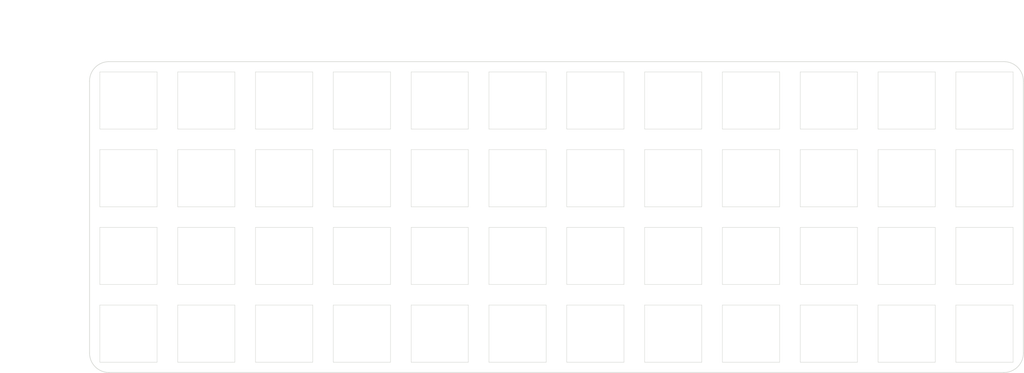
<source format=kicad_pcb>
(kicad_pcb (version 20171130) (host pcbnew 5.0.0-fee4fd1~66~ubuntu18.04.1)

  (general
    (thickness 1.6)
    (drawings 10)
    (tracks 0)
    (zones 0)
    (modules 60)
    (nets 1)
  )

  (page A4)
  (layers
    (0 F.Cu signal)
    (31 B.Cu signal)
    (32 B.Adhes user)
    (33 F.Adhes user)
    (34 B.Paste user)
    (35 F.Paste user)
    (36 B.SilkS user)
    (37 F.SilkS user)
    (38 B.Mask user)
    (39 F.Mask user)
    (40 Dwgs.User user)
    (41 Cmts.User user)
    (42 Eco1.User user)
    (43 Eco2.User user)
    (44 Edge.Cuts user)
    (45 Margin user)
    (46 B.CrtYd user)
    (47 F.CrtYd user)
    (48 B.Fab user)
    (49 F.Fab user)
  )

  (setup
    (last_trace_width 0.25)
    (trace_clearance 0.2)
    (zone_clearance 0.508)
    (zone_45_only no)
    (trace_min 0.2)
    (segment_width 0.2)
    (edge_width 0.15)
    (via_size 0.8)
    (via_drill 0.4)
    (via_min_size 0.4)
    (via_min_drill 0.3)
    (uvia_size 0.3)
    (uvia_drill 0.1)
    (uvias_allowed no)
    (uvia_min_size 0.2)
    (uvia_min_drill 0.1)
    (pcb_text_width 0.3)
    (pcb_text_size 1.5 1.5)
    (mod_edge_width 0.15)
    (mod_text_size 1 1)
    (mod_text_width 0.15)
    (pad_size 1.524 1.524)
    (pad_drill 0.762)
    (pad_to_mask_clearance 0.2)
    (aux_axis_origin 0 0)
    (grid_origin 47.625 23.8125)
    (visible_elements FFFFFF7F)
    (pcbplotparams
      (layerselection 0x010fc_ffffffff)
      (usegerberextensions false)
      (usegerberattributes false)
      (usegerberadvancedattributes false)
      (creategerberjobfile false)
      (excludeedgelayer true)
      (linewidth 0.100000)
      (plotframeref false)
      (viasonmask false)
      (mode 1)
      (useauxorigin false)
      (hpglpennumber 1)
      (hpglpenspeed 20)
      (hpglpendiameter 15.000000)
      (psnegative false)
      (psa4output false)
      (plotreference true)
      (plotvalue true)
      (plotinvisibletext false)
      (padsonsilk false)
      (subtractmaskfromsilk false)
      (outputformat 1)
      (mirror false)
      (drillshape 1)
      (scaleselection 1)
      (outputdirectory ""))
  )

  (net 0 "")

  (net_class Default "これはデフォルトのネット クラスです。"
    (clearance 0.2)
    (trace_width 0.25)
    (via_dia 0.8)
    (via_drill 0.4)
    (uvia_dia 0.3)
    (uvia_drill 0.1)
  )

  (module lib:MX_CUTOUT (layer F.Cu) (tedit 5BCAE12D) (tstamp 5BCAF412)
    (at 266.7 52.3875)
    (fp_text reference MX_CUTOUT (at 0 1.5) (layer F.SilkS) hide
      (effects (font (size 1 1) (thickness 0.15)))
    )
    (fp_text value VAL** (at 0 0) (layer F.SilkS) hide
      (effects (font (size 1 1) (thickness 0.15)))
    )
    (fp_line (start 7 -7) (end -7 -7) (layer Edge.Cuts) (width 0.1))
    (fp_line (start -7 -7) (end -7 7) (layer Edge.Cuts) (width 0.1))
    (fp_line (start -7 7) (end 7 7) (layer Edge.Cuts) (width 0.1))
    (fp_line (start 7 7) (end 7 -7) (layer Edge.Cuts) (width 0.1))
  )

  (module lib:MX_CUTOUT (layer F.Cu) (tedit 5BCAE12D) (tstamp 5BCAF40B)
    (at 266.7 71.4375)
    (fp_text reference MX_CUTOUT (at 0 1.5) (layer F.SilkS) hide
      (effects (font (size 1 1) (thickness 0.15)))
    )
    (fp_text value VAL** (at 0 0) (layer F.SilkS) hide
      (effects (font (size 1 1) (thickness 0.15)))
    )
    (fp_line (start 7 -7) (end -7 -7) (layer Edge.Cuts) (width 0.1))
    (fp_line (start -7 -7) (end -7 7) (layer Edge.Cuts) (width 0.1))
    (fp_line (start -7 7) (end 7 7) (layer Edge.Cuts) (width 0.1))
    (fp_line (start 7 7) (end 7 -7) (layer Edge.Cuts) (width 0.1))
  )

  (module lib:MX_CUTOUT (layer F.Cu) (tedit 5BCAE12D) (tstamp 5BCAF404)
    (at 266.7 33.3375)
    (fp_text reference MX_CUTOUT (at 0 1.5) (layer F.SilkS) hide
      (effects (font (size 1 1) (thickness 0.15)))
    )
    (fp_text value VAL** (at 0 0) (layer F.SilkS) hide
      (effects (font (size 1 1) (thickness 0.15)))
    )
    (fp_line (start 7 -7) (end -7 -7) (layer Edge.Cuts) (width 0.1))
    (fp_line (start -7 -7) (end -7 7) (layer Edge.Cuts) (width 0.1))
    (fp_line (start -7 7) (end 7 7) (layer Edge.Cuts) (width 0.1))
    (fp_line (start 7 7) (end 7 -7) (layer Edge.Cuts) (width 0.1))
  )

  (module lib:MX_CUTOUT (layer F.Cu) (tedit 5BCAE12D) (tstamp 5BCAF3FD)
    (at 266.7 90.4875)
    (fp_text reference MX_CUTOUT (at 0 1.5) (layer F.SilkS) hide
      (effects (font (size 1 1) (thickness 0.15)))
    )
    (fp_text value VAL** (at 0 0) (layer F.SilkS) hide
      (effects (font (size 1 1) (thickness 0.15)))
    )
    (fp_line (start 7 -7) (end -7 -7) (layer Edge.Cuts) (width 0.1))
    (fp_line (start -7 -7) (end -7 7) (layer Edge.Cuts) (width 0.1))
    (fp_line (start -7 7) (end 7 7) (layer Edge.Cuts) (width 0.1))
    (fp_line (start 7 7) (end 7 -7) (layer Edge.Cuts) (width 0.1))
  )

  (module lib:MX_CUTOUT (layer F.Cu) (tedit 5BCAE12D) (tstamp 5BCAF412)
    (at 247.65 52.3875)
    (fp_text reference MX_CUTOUT (at 0 1.5) (layer F.SilkS) hide
      (effects (font (size 1 1) (thickness 0.15)))
    )
    (fp_text value VAL** (at 0 0) (layer F.SilkS) hide
      (effects (font (size 1 1) (thickness 0.15)))
    )
    (fp_line (start 7 -7) (end -7 -7) (layer Edge.Cuts) (width 0.1))
    (fp_line (start -7 -7) (end -7 7) (layer Edge.Cuts) (width 0.1))
    (fp_line (start -7 7) (end 7 7) (layer Edge.Cuts) (width 0.1))
    (fp_line (start 7 7) (end 7 -7) (layer Edge.Cuts) (width 0.1))
  )

  (module lib:MX_CUTOUT (layer F.Cu) (tedit 5BCAE12D) (tstamp 5BCAF40B)
    (at 247.65 71.4375)
    (fp_text reference MX_CUTOUT (at 0 1.5) (layer F.SilkS) hide
      (effects (font (size 1 1) (thickness 0.15)))
    )
    (fp_text value VAL** (at 0 0) (layer F.SilkS) hide
      (effects (font (size 1 1) (thickness 0.15)))
    )
    (fp_line (start 7 -7) (end -7 -7) (layer Edge.Cuts) (width 0.1))
    (fp_line (start -7 -7) (end -7 7) (layer Edge.Cuts) (width 0.1))
    (fp_line (start -7 7) (end 7 7) (layer Edge.Cuts) (width 0.1))
    (fp_line (start 7 7) (end 7 -7) (layer Edge.Cuts) (width 0.1))
  )

  (module lib:MX_CUTOUT (layer F.Cu) (tedit 5BCAE12D) (tstamp 5BCAF404)
    (at 247.65 33.3375)
    (fp_text reference MX_CUTOUT (at 0 1.5) (layer F.SilkS) hide
      (effects (font (size 1 1) (thickness 0.15)))
    )
    (fp_text value VAL** (at 0 0) (layer F.SilkS) hide
      (effects (font (size 1 1) (thickness 0.15)))
    )
    (fp_line (start 7 -7) (end -7 -7) (layer Edge.Cuts) (width 0.1))
    (fp_line (start -7 -7) (end -7 7) (layer Edge.Cuts) (width 0.1))
    (fp_line (start -7 7) (end 7 7) (layer Edge.Cuts) (width 0.1))
    (fp_line (start 7 7) (end 7 -7) (layer Edge.Cuts) (width 0.1))
  )

  (module lib:MX_CUTOUT (layer F.Cu) (tedit 5BCAE12D) (tstamp 5BCAF3FD)
    (at 247.65 90.4875)
    (fp_text reference MX_CUTOUT (at 0 1.5) (layer F.SilkS) hide
      (effects (font (size 1 1) (thickness 0.15)))
    )
    (fp_text value VAL** (at 0 0) (layer F.SilkS) hide
      (effects (font (size 1 1) (thickness 0.15)))
    )
    (fp_line (start 7 -7) (end -7 -7) (layer Edge.Cuts) (width 0.1))
    (fp_line (start -7 -7) (end -7 7) (layer Edge.Cuts) (width 0.1))
    (fp_line (start -7 7) (end 7 7) (layer Edge.Cuts) (width 0.1))
    (fp_line (start 7 7) (end 7 -7) (layer Edge.Cuts) (width 0.1))
  )

  (module lib:MX_CUTOUT (layer F.Cu) (tedit 5BCAE12D) (tstamp 5BCAF412)
    (at 228.6 52.3875)
    (fp_text reference MX_CUTOUT (at 0 1.5) (layer F.SilkS) hide
      (effects (font (size 1 1) (thickness 0.15)))
    )
    (fp_text value VAL** (at 0 0) (layer F.SilkS) hide
      (effects (font (size 1 1) (thickness 0.15)))
    )
    (fp_line (start 7 -7) (end -7 -7) (layer Edge.Cuts) (width 0.1))
    (fp_line (start -7 -7) (end -7 7) (layer Edge.Cuts) (width 0.1))
    (fp_line (start -7 7) (end 7 7) (layer Edge.Cuts) (width 0.1))
    (fp_line (start 7 7) (end 7 -7) (layer Edge.Cuts) (width 0.1))
  )

  (module lib:MX_CUTOUT (layer F.Cu) (tedit 5BCAE12D) (tstamp 5BCAF40B)
    (at 228.6 71.4375)
    (fp_text reference MX_CUTOUT (at 0 1.5) (layer F.SilkS) hide
      (effects (font (size 1 1) (thickness 0.15)))
    )
    (fp_text value VAL** (at 0 0) (layer F.SilkS) hide
      (effects (font (size 1 1) (thickness 0.15)))
    )
    (fp_line (start 7 -7) (end -7 -7) (layer Edge.Cuts) (width 0.1))
    (fp_line (start -7 -7) (end -7 7) (layer Edge.Cuts) (width 0.1))
    (fp_line (start -7 7) (end 7 7) (layer Edge.Cuts) (width 0.1))
    (fp_line (start 7 7) (end 7 -7) (layer Edge.Cuts) (width 0.1))
  )

  (module lib:MX_CUTOUT (layer F.Cu) (tedit 5BCAE12D) (tstamp 5BCAF404)
    (at 228.6 33.3375)
    (fp_text reference MX_CUTOUT (at 0 1.5) (layer F.SilkS) hide
      (effects (font (size 1 1) (thickness 0.15)))
    )
    (fp_text value VAL** (at 0 0) (layer F.SilkS) hide
      (effects (font (size 1 1) (thickness 0.15)))
    )
    (fp_line (start 7 -7) (end -7 -7) (layer Edge.Cuts) (width 0.1))
    (fp_line (start -7 -7) (end -7 7) (layer Edge.Cuts) (width 0.1))
    (fp_line (start -7 7) (end 7 7) (layer Edge.Cuts) (width 0.1))
    (fp_line (start 7 7) (end 7 -7) (layer Edge.Cuts) (width 0.1))
  )

  (module lib:MX_CUTOUT (layer F.Cu) (tedit 5BCAE12D) (tstamp 5BCAF3FD)
    (at 228.6 90.4875)
    (fp_text reference MX_CUTOUT (at 0 1.5) (layer F.SilkS) hide
      (effects (font (size 1 1) (thickness 0.15)))
    )
    (fp_text value VAL** (at 0 0) (layer F.SilkS) hide
      (effects (font (size 1 1) (thickness 0.15)))
    )
    (fp_line (start 7 -7) (end -7 -7) (layer Edge.Cuts) (width 0.1))
    (fp_line (start -7 -7) (end -7 7) (layer Edge.Cuts) (width 0.1))
    (fp_line (start -7 7) (end 7 7) (layer Edge.Cuts) (width 0.1))
    (fp_line (start 7 7) (end 7 -7) (layer Edge.Cuts) (width 0.1))
  )

  (module lib:MX_CUTOUT (layer F.Cu) (tedit 5BCAE12D) (tstamp 5BCAF412)
    (at 209.55 52.3875)
    (fp_text reference MX_CUTOUT (at 0 1.5) (layer F.SilkS) hide
      (effects (font (size 1 1) (thickness 0.15)))
    )
    (fp_text value VAL** (at 0 0) (layer F.SilkS) hide
      (effects (font (size 1 1) (thickness 0.15)))
    )
    (fp_line (start 7 -7) (end -7 -7) (layer Edge.Cuts) (width 0.1))
    (fp_line (start -7 -7) (end -7 7) (layer Edge.Cuts) (width 0.1))
    (fp_line (start -7 7) (end 7 7) (layer Edge.Cuts) (width 0.1))
    (fp_line (start 7 7) (end 7 -7) (layer Edge.Cuts) (width 0.1))
  )

  (module lib:MX_CUTOUT (layer F.Cu) (tedit 5BCAE12D) (tstamp 5BCAF40B)
    (at 209.55 71.4375)
    (fp_text reference MX_CUTOUT (at 0 1.5) (layer F.SilkS) hide
      (effects (font (size 1 1) (thickness 0.15)))
    )
    (fp_text value VAL** (at 0 0) (layer F.SilkS) hide
      (effects (font (size 1 1) (thickness 0.15)))
    )
    (fp_line (start 7 -7) (end -7 -7) (layer Edge.Cuts) (width 0.1))
    (fp_line (start -7 -7) (end -7 7) (layer Edge.Cuts) (width 0.1))
    (fp_line (start -7 7) (end 7 7) (layer Edge.Cuts) (width 0.1))
    (fp_line (start 7 7) (end 7 -7) (layer Edge.Cuts) (width 0.1))
  )

  (module lib:MX_CUTOUT (layer F.Cu) (tedit 5BCAE12D) (tstamp 5BCAF404)
    (at 209.55 33.3375)
    (fp_text reference MX_CUTOUT (at 0 1.5) (layer F.SilkS) hide
      (effects (font (size 1 1) (thickness 0.15)))
    )
    (fp_text value VAL** (at 0 0) (layer F.SilkS) hide
      (effects (font (size 1 1) (thickness 0.15)))
    )
    (fp_line (start 7 -7) (end -7 -7) (layer Edge.Cuts) (width 0.1))
    (fp_line (start -7 -7) (end -7 7) (layer Edge.Cuts) (width 0.1))
    (fp_line (start -7 7) (end 7 7) (layer Edge.Cuts) (width 0.1))
    (fp_line (start 7 7) (end 7 -7) (layer Edge.Cuts) (width 0.1))
  )

  (module lib:MX_CUTOUT (layer F.Cu) (tedit 5BCAE12D) (tstamp 5BCAF3FD)
    (at 209.55 90.4875)
    (fp_text reference MX_CUTOUT (at 0 1.5) (layer F.SilkS) hide
      (effects (font (size 1 1) (thickness 0.15)))
    )
    (fp_text value VAL** (at 0 0) (layer F.SilkS) hide
      (effects (font (size 1 1) (thickness 0.15)))
    )
    (fp_line (start 7 -7) (end -7 -7) (layer Edge.Cuts) (width 0.1))
    (fp_line (start -7 -7) (end -7 7) (layer Edge.Cuts) (width 0.1))
    (fp_line (start -7 7) (end 7 7) (layer Edge.Cuts) (width 0.1))
    (fp_line (start 7 7) (end 7 -7) (layer Edge.Cuts) (width 0.1))
  )

  (module lib:MX_CUTOUT (layer F.Cu) (tedit 5BCAE12D) (tstamp 5BCAF412)
    (at 190.5 52.3875)
    (fp_text reference MX_CUTOUT (at 0 1.5) (layer F.SilkS) hide
      (effects (font (size 1 1) (thickness 0.15)))
    )
    (fp_text value VAL** (at 0 0) (layer F.SilkS) hide
      (effects (font (size 1 1) (thickness 0.15)))
    )
    (fp_line (start 7 -7) (end -7 -7) (layer Edge.Cuts) (width 0.1))
    (fp_line (start -7 -7) (end -7 7) (layer Edge.Cuts) (width 0.1))
    (fp_line (start -7 7) (end 7 7) (layer Edge.Cuts) (width 0.1))
    (fp_line (start 7 7) (end 7 -7) (layer Edge.Cuts) (width 0.1))
  )

  (module lib:MX_CUTOUT (layer F.Cu) (tedit 5BCAE12D) (tstamp 5BCAF40B)
    (at 190.5 71.4375)
    (fp_text reference MX_CUTOUT (at 0 1.5) (layer F.SilkS) hide
      (effects (font (size 1 1) (thickness 0.15)))
    )
    (fp_text value VAL** (at 0 0) (layer F.SilkS) hide
      (effects (font (size 1 1) (thickness 0.15)))
    )
    (fp_line (start 7 -7) (end -7 -7) (layer Edge.Cuts) (width 0.1))
    (fp_line (start -7 -7) (end -7 7) (layer Edge.Cuts) (width 0.1))
    (fp_line (start -7 7) (end 7 7) (layer Edge.Cuts) (width 0.1))
    (fp_line (start 7 7) (end 7 -7) (layer Edge.Cuts) (width 0.1))
  )

  (module lib:MX_CUTOUT (layer F.Cu) (tedit 5BCAE12D) (tstamp 5BCAF404)
    (at 190.5 33.3375)
    (fp_text reference MX_CUTOUT (at 0 1.5) (layer F.SilkS) hide
      (effects (font (size 1 1) (thickness 0.15)))
    )
    (fp_text value VAL** (at 0 0) (layer F.SilkS) hide
      (effects (font (size 1 1) (thickness 0.15)))
    )
    (fp_line (start 7 -7) (end -7 -7) (layer Edge.Cuts) (width 0.1))
    (fp_line (start -7 -7) (end -7 7) (layer Edge.Cuts) (width 0.1))
    (fp_line (start -7 7) (end 7 7) (layer Edge.Cuts) (width 0.1))
    (fp_line (start 7 7) (end 7 -7) (layer Edge.Cuts) (width 0.1))
  )

  (module lib:MX_CUTOUT (layer F.Cu) (tedit 5BCAE12D) (tstamp 5BCAF3FD)
    (at 190.5 90.4875)
    (fp_text reference MX_CUTOUT (at 0 1.5) (layer F.SilkS) hide
      (effects (font (size 1 1) (thickness 0.15)))
    )
    (fp_text value VAL** (at 0 0) (layer F.SilkS) hide
      (effects (font (size 1 1) (thickness 0.15)))
    )
    (fp_line (start 7 -7) (end -7 -7) (layer Edge.Cuts) (width 0.1))
    (fp_line (start -7 -7) (end -7 7) (layer Edge.Cuts) (width 0.1))
    (fp_line (start -7 7) (end 7 7) (layer Edge.Cuts) (width 0.1))
    (fp_line (start 7 7) (end 7 -7) (layer Edge.Cuts) (width 0.1))
  )

  (module lib:MX_CUTOUT (layer F.Cu) (tedit 5BCAE12D) (tstamp 5BCAF412)
    (at 171.45 52.3875)
    (fp_text reference MX_CUTOUT (at 0 1.5) (layer F.SilkS) hide
      (effects (font (size 1 1) (thickness 0.15)))
    )
    (fp_text value VAL** (at 0 0) (layer F.SilkS) hide
      (effects (font (size 1 1) (thickness 0.15)))
    )
    (fp_line (start 7 -7) (end -7 -7) (layer Edge.Cuts) (width 0.1))
    (fp_line (start -7 -7) (end -7 7) (layer Edge.Cuts) (width 0.1))
    (fp_line (start -7 7) (end 7 7) (layer Edge.Cuts) (width 0.1))
    (fp_line (start 7 7) (end 7 -7) (layer Edge.Cuts) (width 0.1))
  )

  (module lib:MX_CUTOUT (layer F.Cu) (tedit 5BCAE12D) (tstamp 5BCAF40B)
    (at 171.45 71.4375)
    (fp_text reference MX_CUTOUT (at 0 1.5) (layer F.SilkS) hide
      (effects (font (size 1 1) (thickness 0.15)))
    )
    (fp_text value VAL** (at 0 0) (layer F.SilkS) hide
      (effects (font (size 1 1) (thickness 0.15)))
    )
    (fp_line (start 7 -7) (end -7 -7) (layer Edge.Cuts) (width 0.1))
    (fp_line (start -7 -7) (end -7 7) (layer Edge.Cuts) (width 0.1))
    (fp_line (start -7 7) (end 7 7) (layer Edge.Cuts) (width 0.1))
    (fp_line (start 7 7) (end 7 -7) (layer Edge.Cuts) (width 0.1))
  )

  (module lib:MX_CUTOUT (layer F.Cu) (tedit 5BCAE12D) (tstamp 5BCAF404)
    (at 171.45 33.3375)
    (fp_text reference MX_CUTOUT (at 0 1.5) (layer F.SilkS) hide
      (effects (font (size 1 1) (thickness 0.15)))
    )
    (fp_text value VAL** (at 0 0) (layer F.SilkS) hide
      (effects (font (size 1 1) (thickness 0.15)))
    )
    (fp_line (start 7 -7) (end -7 -7) (layer Edge.Cuts) (width 0.1))
    (fp_line (start -7 -7) (end -7 7) (layer Edge.Cuts) (width 0.1))
    (fp_line (start -7 7) (end 7 7) (layer Edge.Cuts) (width 0.1))
    (fp_line (start 7 7) (end 7 -7) (layer Edge.Cuts) (width 0.1))
  )

  (module lib:MX_CUTOUT (layer F.Cu) (tedit 5BCAE12D) (tstamp 5BCAF3FD)
    (at 171.45 90.4875)
    (fp_text reference MX_CUTOUT (at 0 1.5) (layer F.SilkS) hide
      (effects (font (size 1 1) (thickness 0.15)))
    )
    (fp_text value VAL** (at 0 0) (layer F.SilkS) hide
      (effects (font (size 1 1) (thickness 0.15)))
    )
    (fp_line (start 7 -7) (end -7 -7) (layer Edge.Cuts) (width 0.1))
    (fp_line (start -7 -7) (end -7 7) (layer Edge.Cuts) (width 0.1))
    (fp_line (start -7 7) (end 7 7) (layer Edge.Cuts) (width 0.1))
    (fp_line (start 7 7) (end 7 -7) (layer Edge.Cuts) (width 0.1))
  )

  (module lib:MX_CUTOUT (layer F.Cu) (tedit 5BCAE12D) (tstamp 5BCAF412)
    (at 152.4 52.3875)
    (fp_text reference MX_CUTOUT (at 0 1.5) (layer F.SilkS) hide
      (effects (font (size 1 1) (thickness 0.15)))
    )
    (fp_text value VAL** (at 0 0) (layer F.SilkS) hide
      (effects (font (size 1 1) (thickness 0.15)))
    )
    (fp_line (start 7 -7) (end -7 -7) (layer Edge.Cuts) (width 0.1))
    (fp_line (start -7 -7) (end -7 7) (layer Edge.Cuts) (width 0.1))
    (fp_line (start -7 7) (end 7 7) (layer Edge.Cuts) (width 0.1))
    (fp_line (start 7 7) (end 7 -7) (layer Edge.Cuts) (width 0.1))
  )

  (module lib:MX_CUTOUT (layer F.Cu) (tedit 5BCAE12D) (tstamp 5BCAF40B)
    (at 152.4 71.4375)
    (fp_text reference MX_CUTOUT (at 0 1.5) (layer F.SilkS) hide
      (effects (font (size 1 1) (thickness 0.15)))
    )
    (fp_text value VAL** (at 0 0) (layer F.SilkS) hide
      (effects (font (size 1 1) (thickness 0.15)))
    )
    (fp_line (start 7 -7) (end -7 -7) (layer Edge.Cuts) (width 0.1))
    (fp_line (start -7 -7) (end -7 7) (layer Edge.Cuts) (width 0.1))
    (fp_line (start -7 7) (end 7 7) (layer Edge.Cuts) (width 0.1))
    (fp_line (start 7 7) (end 7 -7) (layer Edge.Cuts) (width 0.1))
  )

  (module lib:MX_CUTOUT (layer F.Cu) (tedit 5BCAE12D) (tstamp 5BCAF404)
    (at 152.4 33.3375)
    (fp_text reference MX_CUTOUT (at 0 1.5) (layer F.SilkS) hide
      (effects (font (size 1 1) (thickness 0.15)))
    )
    (fp_text value VAL** (at 0 0) (layer F.SilkS) hide
      (effects (font (size 1 1) (thickness 0.15)))
    )
    (fp_line (start 7 -7) (end -7 -7) (layer Edge.Cuts) (width 0.1))
    (fp_line (start -7 -7) (end -7 7) (layer Edge.Cuts) (width 0.1))
    (fp_line (start -7 7) (end 7 7) (layer Edge.Cuts) (width 0.1))
    (fp_line (start 7 7) (end 7 -7) (layer Edge.Cuts) (width 0.1))
  )

  (module lib:MX_CUTOUT (layer F.Cu) (tedit 5BCAE12D) (tstamp 5BCAF3FD)
    (at 152.4 90.4875)
    (fp_text reference MX_CUTOUT (at 0 1.5) (layer F.SilkS) hide
      (effects (font (size 1 1) (thickness 0.15)))
    )
    (fp_text value VAL** (at 0 0) (layer F.SilkS) hide
      (effects (font (size 1 1) (thickness 0.15)))
    )
    (fp_line (start 7 -7) (end -7 -7) (layer Edge.Cuts) (width 0.1))
    (fp_line (start -7 -7) (end -7 7) (layer Edge.Cuts) (width 0.1))
    (fp_line (start -7 7) (end 7 7) (layer Edge.Cuts) (width 0.1))
    (fp_line (start 7 7) (end 7 -7) (layer Edge.Cuts) (width 0.1))
  )

  (module lib:MX_CUTOUT (layer F.Cu) (tedit 5BCAE12D) (tstamp 5BCAF412)
    (at 133.35 52.3875)
    (fp_text reference MX_CUTOUT (at 0 1.5) (layer F.SilkS) hide
      (effects (font (size 1 1) (thickness 0.15)))
    )
    (fp_text value VAL** (at 0 0) (layer F.SilkS) hide
      (effects (font (size 1 1) (thickness 0.15)))
    )
    (fp_line (start 7 -7) (end -7 -7) (layer Edge.Cuts) (width 0.1))
    (fp_line (start -7 -7) (end -7 7) (layer Edge.Cuts) (width 0.1))
    (fp_line (start -7 7) (end 7 7) (layer Edge.Cuts) (width 0.1))
    (fp_line (start 7 7) (end 7 -7) (layer Edge.Cuts) (width 0.1))
  )

  (module lib:MX_CUTOUT (layer F.Cu) (tedit 5BCAE12D) (tstamp 5BCAF40B)
    (at 133.35 71.4375)
    (fp_text reference MX_CUTOUT (at 0 1.5) (layer F.SilkS) hide
      (effects (font (size 1 1) (thickness 0.15)))
    )
    (fp_text value VAL** (at 0 0) (layer F.SilkS) hide
      (effects (font (size 1 1) (thickness 0.15)))
    )
    (fp_line (start 7 -7) (end -7 -7) (layer Edge.Cuts) (width 0.1))
    (fp_line (start -7 -7) (end -7 7) (layer Edge.Cuts) (width 0.1))
    (fp_line (start -7 7) (end 7 7) (layer Edge.Cuts) (width 0.1))
    (fp_line (start 7 7) (end 7 -7) (layer Edge.Cuts) (width 0.1))
  )

  (module lib:MX_CUTOUT (layer F.Cu) (tedit 5BCAE12D) (tstamp 5BCAF404)
    (at 133.35 33.3375)
    (fp_text reference MX_CUTOUT (at 0 1.5) (layer F.SilkS) hide
      (effects (font (size 1 1) (thickness 0.15)))
    )
    (fp_text value VAL** (at 0 0) (layer F.SilkS) hide
      (effects (font (size 1 1) (thickness 0.15)))
    )
    (fp_line (start 7 -7) (end -7 -7) (layer Edge.Cuts) (width 0.1))
    (fp_line (start -7 -7) (end -7 7) (layer Edge.Cuts) (width 0.1))
    (fp_line (start -7 7) (end 7 7) (layer Edge.Cuts) (width 0.1))
    (fp_line (start 7 7) (end 7 -7) (layer Edge.Cuts) (width 0.1))
  )

  (module lib:MX_CUTOUT (layer F.Cu) (tedit 5BCAE12D) (tstamp 5BCAF3FD)
    (at 133.35 90.4875)
    (fp_text reference MX_CUTOUT (at 0 1.5) (layer F.SilkS) hide
      (effects (font (size 1 1) (thickness 0.15)))
    )
    (fp_text value VAL** (at 0 0) (layer F.SilkS) hide
      (effects (font (size 1 1) (thickness 0.15)))
    )
    (fp_line (start 7 -7) (end -7 -7) (layer Edge.Cuts) (width 0.1))
    (fp_line (start -7 -7) (end -7 7) (layer Edge.Cuts) (width 0.1))
    (fp_line (start -7 7) (end 7 7) (layer Edge.Cuts) (width 0.1))
    (fp_line (start 7 7) (end 7 -7) (layer Edge.Cuts) (width 0.1))
  )

  (module lib:MX_CUTOUT (layer F.Cu) (tedit 5BCAE12D) (tstamp 5BCAF412)
    (at 114.3 52.3875)
    (fp_text reference MX_CUTOUT (at 0 1.5) (layer F.SilkS) hide
      (effects (font (size 1 1) (thickness 0.15)))
    )
    (fp_text value VAL** (at 0 0) (layer F.SilkS) hide
      (effects (font (size 1 1) (thickness 0.15)))
    )
    (fp_line (start 7 -7) (end -7 -7) (layer Edge.Cuts) (width 0.1))
    (fp_line (start -7 -7) (end -7 7) (layer Edge.Cuts) (width 0.1))
    (fp_line (start -7 7) (end 7 7) (layer Edge.Cuts) (width 0.1))
    (fp_line (start 7 7) (end 7 -7) (layer Edge.Cuts) (width 0.1))
  )

  (module lib:MX_CUTOUT (layer F.Cu) (tedit 5BCAE12D) (tstamp 5BCAF40B)
    (at 114.3 71.4375)
    (fp_text reference MX_CUTOUT (at 0 1.5) (layer F.SilkS) hide
      (effects (font (size 1 1) (thickness 0.15)))
    )
    (fp_text value VAL** (at 0 0) (layer F.SilkS) hide
      (effects (font (size 1 1) (thickness 0.15)))
    )
    (fp_line (start 7 -7) (end -7 -7) (layer Edge.Cuts) (width 0.1))
    (fp_line (start -7 -7) (end -7 7) (layer Edge.Cuts) (width 0.1))
    (fp_line (start -7 7) (end 7 7) (layer Edge.Cuts) (width 0.1))
    (fp_line (start 7 7) (end 7 -7) (layer Edge.Cuts) (width 0.1))
  )

  (module lib:MX_CUTOUT (layer F.Cu) (tedit 5BCAE12D) (tstamp 5BCAF404)
    (at 114.3 33.3375)
    (fp_text reference MX_CUTOUT (at 0 1.5) (layer F.SilkS) hide
      (effects (font (size 1 1) (thickness 0.15)))
    )
    (fp_text value VAL** (at 0 0) (layer F.SilkS) hide
      (effects (font (size 1 1) (thickness 0.15)))
    )
    (fp_line (start 7 -7) (end -7 -7) (layer Edge.Cuts) (width 0.1))
    (fp_line (start -7 -7) (end -7 7) (layer Edge.Cuts) (width 0.1))
    (fp_line (start -7 7) (end 7 7) (layer Edge.Cuts) (width 0.1))
    (fp_line (start 7 7) (end 7 -7) (layer Edge.Cuts) (width 0.1))
  )

  (module lib:MX_CUTOUT (layer F.Cu) (tedit 5BCAE12D) (tstamp 5BCAF3FD)
    (at 114.3 90.4875)
    (fp_text reference MX_CUTOUT (at 0 1.5) (layer F.SilkS) hide
      (effects (font (size 1 1) (thickness 0.15)))
    )
    (fp_text value VAL** (at 0 0) (layer F.SilkS) hide
      (effects (font (size 1 1) (thickness 0.15)))
    )
    (fp_line (start 7 -7) (end -7 -7) (layer Edge.Cuts) (width 0.1))
    (fp_line (start -7 -7) (end -7 7) (layer Edge.Cuts) (width 0.1))
    (fp_line (start -7 7) (end 7 7) (layer Edge.Cuts) (width 0.1))
    (fp_line (start 7 7) (end 7 -7) (layer Edge.Cuts) (width 0.1))
  )

  (module lib:MX_CUTOUT (layer F.Cu) (tedit 5BCAE12D) (tstamp 5BCAF412)
    (at 95.25 52.3875)
    (fp_text reference MX_CUTOUT (at 0 1.5) (layer F.SilkS) hide
      (effects (font (size 1 1) (thickness 0.15)))
    )
    (fp_text value VAL** (at 0 0) (layer F.SilkS) hide
      (effects (font (size 1 1) (thickness 0.15)))
    )
    (fp_line (start 7 -7) (end -7 -7) (layer Edge.Cuts) (width 0.1))
    (fp_line (start -7 -7) (end -7 7) (layer Edge.Cuts) (width 0.1))
    (fp_line (start -7 7) (end 7 7) (layer Edge.Cuts) (width 0.1))
    (fp_line (start 7 7) (end 7 -7) (layer Edge.Cuts) (width 0.1))
  )

  (module lib:MX_CUTOUT (layer F.Cu) (tedit 5BCAE12D) (tstamp 5BCAF40B)
    (at 95.25 71.4375)
    (fp_text reference MX_CUTOUT (at 0 1.5) (layer F.SilkS) hide
      (effects (font (size 1 1) (thickness 0.15)))
    )
    (fp_text value VAL** (at 0 0) (layer F.SilkS) hide
      (effects (font (size 1 1) (thickness 0.15)))
    )
    (fp_line (start 7 -7) (end -7 -7) (layer Edge.Cuts) (width 0.1))
    (fp_line (start -7 -7) (end -7 7) (layer Edge.Cuts) (width 0.1))
    (fp_line (start -7 7) (end 7 7) (layer Edge.Cuts) (width 0.1))
    (fp_line (start 7 7) (end 7 -7) (layer Edge.Cuts) (width 0.1))
  )

  (module lib:MX_CUTOUT (layer F.Cu) (tedit 5BCAE12D) (tstamp 5BCAF404)
    (at 95.25 33.3375)
    (fp_text reference MX_CUTOUT (at 0 1.5) (layer F.SilkS) hide
      (effects (font (size 1 1) (thickness 0.15)))
    )
    (fp_text value VAL** (at 0 0) (layer F.SilkS) hide
      (effects (font (size 1 1) (thickness 0.15)))
    )
    (fp_line (start 7 -7) (end -7 -7) (layer Edge.Cuts) (width 0.1))
    (fp_line (start -7 -7) (end -7 7) (layer Edge.Cuts) (width 0.1))
    (fp_line (start -7 7) (end 7 7) (layer Edge.Cuts) (width 0.1))
    (fp_line (start 7 7) (end 7 -7) (layer Edge.Cuts) (width 0.1))
  )

  (module lib:MX_CUTOUT (layer F.Cu) (tedit 5BCAE12D) (tstamp 5BCAF3FD)
    (at 95.25 90.4875)
    (fp_text reference MX_CUTOUT (at 0 1.5) (layer F.SilkS) hide
      (effects (font (size 1 1) (thickness 0.15)))
    )
    (fp_text value VAL** (at 0 0) (layer F.SilkS) hide
      (effects (font (size 1 1) (thickness 0.15)))
    )
    (fp_line (start 7 -7) (end -7 -7) (layer Edge.Cuts) (width 0.1))
    (fp_line (start -7 -7) (end -7 7) (layer Edge.Cuts) (width 0.1))
    (fp_line (start -7 7) (end 7 7) (layer Edge.Cuts) (width 0.1))
    (fp_line (start 7 7) (end 7 -7) (layer Edge.Cuts) (width 0.1))
  )

  (module lib:MX_CUTOUT (layer F.Cu) (tedit 5BCAE12D) (tstamp 5BCAF412)
    (at 76.2 52.3875)
    (fp_text reference MX_CUTOUT (at 0 1.5) (layer F.SilkS) hide
      (effects (font (size 1 1) (thickness 0.15)))
    )
    (fp_text value VAL** (at 0 0) (layer F.SilkS) hide
      (effects (font (size 1 1) (thickness 0.15)))
    )
    (fp_line (start 7 -7) (end -7 -7) (layer Edge.Cuts) (width 0.1))
    (fp_line (start -7 -7) (end -7 7) (layer Edge.Cuts) (width 0.1))
    (fp_line (start -7 7) (end 7 7) (layer Edge.Cuts) (width 0.1))
    (fp_line (start 7 7) (end 7 -7) (layer Edge.Cuts) (width 0.1))
  )

  (module lib:MX_CUTOUT (layer F.Cu) (tedit 5BCAE12D) (tstamp 5BCAF40B)
    (at 76.2 71.4375)
    (fp_text reference MX_CUTOUT (at 0 1.5) (layer F.SilkS) hide
      (effects (font (size 1 1) (thickness 0.15)))
    )
    (fp_text value VAL** (at 0 0) (layer F.SilkS) hide
      (effects (font (size 1 1) (thickness 0.15)))
    )
    (fp_line (start 7 -7) (end -7 -7) (layer Edge.Cuts) (width 0.1))
    (fp_line (start -7 -7) (end -7 7) (layer Edge.Cuts) (width 0.1))
    (fp_line (start -7 7) (end 7 7) (layer Edge.Cuts) (width 0.1))
    (fp_line (start 7 7) (end 7 -7) (layer Edge.Cuts) (width 0.1))
  )

  (module lib:MX_CUTOUT (layer F.Cu) (tedit 5BCAE12D) (tstamp 5BCAF404)
    (at 76.2 33.3375)
    (fp_text reference MX_CUTOUT (at 0 1.5) (layer F.SilkS) hide
      (effects (font (size 1 1) (thickness 0.15)))
    )
    (fp_text value VAL** (at 0 0) (layer F.SilkS) hide
      (effects (font (size 1 1) (thickness 0.15)))
    )
    (fp_line (start 7 -7) (end -7 -7) (layer Edge.Cuts) (width 0.1))
    (fp_line (start -7 -7) (end -7 7) (layer Edge.Cuts) (width 0.1))
    (fp_line (start -7 7) (end 7 7) (layer Edge.Cuts) (width 0.1))
    (fp_line (start 7 7) (end 7 -7) (layer Edge.Cuts) (width 0.1))
  )

  (module lib:MX_CUTOUT (layer F.Cu) (tedit 5BCAE12D) (tstamp 5BCAF3FD)
    (at 76.2 90.4875)
    (fp_text reference MX_CUTOUT (at 0 1.5) (layer F.SilkS) hide
      (effects (font (size 1 1) (thickness 0.15)))
    )
    (fp_text value VAL** (at 0 0) (layer F.SilkS) hide
      (effects (font (size 1 1) (thickness 0.15)))
    )
    (fp_line (start 7 -7) (end -7 -7) (layer Edge.Cuts) (width 0.1))
    (fp_line (start -7 -7) (end -7 7) (layer Edge.Cuts) (width 0.1))
    (fp_line (start -7 7) (end 7 7) (layer Edge.Cuts) (width 0.1))
    (fp_line (start 7 7) (end 7 -7) (layer Edge.Cuts) (width 0.1))
  )

  (module lib:MX_CUTOUT (layer F.Cu) (tedit 5BCAE12D) (tstamp 5BCAF3C0)
    (at 57.15 33.3375)
    (fp_text reference MX_CUTOUT (at 0 1.5) (layer F.SilkS) hide
      (effects (font (size 1 1) (thickness 0.15)))
    )
    (fp_text value VAL** (at 0 0) (layer F.SilkS) hide
      (effects (font (size 1 1) (thickness 0.15)))
    )
    (fp_line (start 7 7) (end 7 -7) (layer Edge.Cuts) (width 0.1))
    (fp_line (start -7 7) (end 7 7) (layer Edge.Cuts) (width 0.1))
    (fp_line (start -7 -7) (end -7 7) (layer Edge.Cuts) (width 0.1))
    (fp_line (start 7 -7) (end -7 -7) (layer Edge.Cuts) (width 0.1))
  )

  (module lib:MX_CUTOUT (layer F.Cu) (tedit 5BCAE12D) (tstamp 5BCAF3CF)
    (at 57.15 52.3875)
    (fp_text reference MX_CUTOUT (at 0 1.5) (layer F.SilkS) hide
      (effects (font (size 1 1) (thickness 0.15)))
    )
    (fp_text value VAL** (at 0 0) (layer F.SilkS) hide
      (effects (font (size 1 1) (thickness 0.15)))
    )
    (fp_line (start 7 7) (end 7 -7) (layer Edge.Cuts) (width 0.1))
    (fp_line (start -7 7) (end 7 7) (layer Edge.Cuts) (width 0.1))
    (fp_line (start -7 -7) (end -7 7) (layer Edge.Cuts) (width 0.1))
    (fp_line (start 7 -7) (end -7 -7) (layer Edge.Cuts) (width 0.1))
  )

  (module lib:MX_CUTOUT (layer F.Cu) (tedit 5BCAE12D) (tstamp 5BCAF3DE)
    (at 57.15 71.4375)
    (fp_text reference MX_CUTOUT (at 0 1.5) (layer F.SilkS) hide
      (effects (font (size 1 1) (thickness 0.15)))
    )
    (fp_text value VAL** (at 0 0) (layer F.SilkS) hide
      (effects (font (size 1 1) (thickness 0.15)))
    )
    (fp_line (start 7 7) (end 7 -7) (layer Edge.Cuts) (width 0.1))
    (fp_line (start -7 7) (end 7 7) (layer Edge.Cuts) (width 0.1))
    (fp_line (start -7 -7) (end -7 7) (layer Edge.Cuts) (width 0.1))
    (fp_line (start 7 -7) (end -7 -7) (layer Edge.Cuts) (width 0.1))
  )

  (module lib:MX_CUTOUT (layer F.Cu) (tedit 5BCAE12D) (tstamp 5BCAF3ED)
    (at 57.15 90.4875)
    (fp_text reference MX_CUTOUT (at 0 1.5) (layer F.SilkS) hide
      (effects (font (size 1 1) (thickness 0.15)))
    )
    (fp_text value VAL** (at 0 0) (layer F.SilkS) hide
      (effects (font (size 1 1) (thickness 0.15)))
    )
    (fp_line (start 7 7) (end 7 -7) (layer Edge.Cuts) (width 0.1))
    (fp_line (start -7 7) (end 7 7) (layer Edge.Cuts) (width 0.1))
    (fp_line (start -7 -7) (end -7 7) (layer Edge.Cuts) (width 0.1))
    (fp_line (start 7 -7) (end -7 -7) (layer Edge.Cuts) (width 0.1))
  )

  (module lib:MountingHole_2.2mm_M2 (layer F.Cu) (tedit 5BC59CB0) (tstamp 5BCAF5BF)
    (at 66.675 42.8625)
    (descr "Mounting Hole 2.2mm, no annular, M2")
    (tags "mounting hole 2.2mm no annular m2")
    (attr virtual)
    (fp_text reference "" (at 0 -3.2) (layer F.SilkS)
      (effects (font (size 1 1) (thickness 0.15)))
    )
    (fp_text value M2 (at 0 3.2) (layer F.Fab)
      (effects (font (size 1 1) (thickness 0.15)))
    )
    (fp_circle (center 0 0) (end 1.75 0) (layer F.CrtYd) (width 0.05))
    (fp_text user %R (at 0.3 0) (layer F.Fab)
      (effects (font (size 1 1) (thickness 0.15)))
    )
    (pad 1 np_thru_hole circle (at 0 0) (size 2.2 2.2) (drill 2.2) (layers *.Cu *.Mask))
  )

  (module lib:MountingHole_2.2mm_M2 (layer F.Cu) (tedit 5BC59CB0) (tstamp 5BCAF5D3)
    (at 66.675 80.9625)
    (descr "Mounting Hole 2.2mm, no annular, M2")
    (tags "mounting hole 2.2mm no annular m2")
    (attr virtual)
    (fp_text reference "" (at 0 -3.2) (layer F.SilkS)
      (effects (font (size 1 1) (thickness 0.15)))
    )
    (fp_text value M2 (at 0 3.2) (layer F.Fab)
      (effects (font (size 1 1) (thickness 0.15)))
    )
    (fp_circle (center 0 0) (end 1.75 0) (layer F.CrtYd) (width 0.05))
    (fp_text user %R (at 0.3 0) (layer F.Fab)
      (effects (font (size 1 1) (thickness 0.15)))
    )
    (pad 1 np_thru_hole circle (at 0 0) (size 2.2 2.2) (drill 2.2) (layers *.Cu *.Mask))
  )

  (module lib:MountingHole_2.2mm_M2 (layer F.Cu) (tedit 5BC59CB0) (tstamp 5BCAF5E7)
    (at 104.775 80.9625)
    (descr "Mounting Hole 2.2mm, no annular, M2")
    (tags "mounting hole 2.2mm no annular m2")
    (attr virtual)
    (fp_text reference "" (at 0 -3.2) (layer F.SilkS)
      (effects (font (size 1 1) (thickness 0.15)))
    )
    (fp_text value M2 (at 0 3.2) (layer F.Fab)
      (effects (font (size 1 1) (thickness 0.15)))
    )
    (fp_circle (center 0 0) (end 1.75 0) (layer F.CrtYd) (width 0.05))
    (fp_text user %R (at 0.3 0) (layer F.Fab)
      (effects (font (size 1 1) (thickness 0.15)))
    )
    (pad 1 np_thru_hole circle (at 0 0) (size 2.2 2.2) (drill 2.2) (layers *.Cu *.Mask))
  )

  (module lib:MountingHole_2.2mm_M2 (layer F.Cu) (tedit 5BC59CB0) (tstamp 5BCAF5FB)
    (at 104.775 42.8625)
    (descr "Mounting Hole 2.2mm, no annular, M2")
    (tags "mounting hole 2.2mm no annular m2")
    (attr virtual)
    (fp_text reference "" (at 0 -3.2) (layer F.SilkS)
      (effects (font (size 1 1) (thickness 0.15)))
    )
    (fp_text value M2 (at 0 3.2) (layer F.Fab)
      (effects (font (size 1 1) (thickness 0.15)))
    )
    (fp_circle (center 0 0) (end 1.75 0) (layer F.CrtYd) (width 0.05))
    (fp_text user %R (at 0.3 0) (layer F.Fab)
      (effects (font (size 1 1) (thickness 0.15)))
    )
    (pad 1 np_thru_hole circle (at 0 0) (size 2.2 2.2) (drill 2.2) (layers *.Cu *.Mask))
  )

  (module lib:MountingHole_2.2mm_M2 (layer F.Cu) (tedit 5BC59CB0) (tstamp 5BCAF60F)
    (at 142.875 42.8625)
    (descr "Mounting Hole 2.2mm, no annular, M2")
    (tags "mounting hole 2.2mm no annular m2")
    (attr virtual)
    (fp_text reference "" (at 0 -3.2) (layer F.SilkS)
      (effects (font (size 1 1) (thickness 0.15)))
    )
    (fp_text value M2 (at 0 3.2) (layer F.Fab)
      (effects (font (size 1 1) (thickness 0.15)))
    )
    (fp_circle (center 0 0) (end 1.75 0) (layer F.CrtYd) (width 0.05))
    (fp_text user %R (at 0.3 0) (layer F.Fab)
      (effects (font (size 1 1) (thickness 0.15)))
    )
    (pad 1 np_thru_hole circle (at 0 0) (size 2.2 2.2) (drill 2.2) (layers *.Cu *.Mask))
  )

  (module lib:MountingHole_2.2mm_M2 (layer F.Cu) (tedit 5BC59CB0) (tstamp 5BCAF623)
    (at 142.875 80.9625)
    (descr "Mounting Hole 2.2mm, no annular, M2")
    (tags "mounting hole 2.2mm no annular m2")
    (attr virtual)
    (fp_text reference "" (at 0 -3.2) (layer F.SilkS)
      (effects (font (size 1 1) (thickness 0.15)))
    )
    (fp_text value M2 (at 0 3.2) (layer F.Fab)
      (effects (font (size 1 1) (thickness 0.15)))
    )
    (fp_circle (center 0 0) (end 1.75 0) (layer F.CrtYd) (width 0.05))
    (fp_text user %R (at 0.3 0) (layer F.Fab)
      (effects (font (size 1 1) (thickness 0.15)))
    )
    (pad 1 np_thru_hole circle (at 0 0) (size 2.2 2.2) (drill 2.2) (layers *.Cu *.Mask))
  )

  (module lib:MountingHole_2.2mm_M2 (layer F.Cu) (tedit 5BC59CB0) (tstamp 5BCAF637)
    (at 180.975 80.9625)
    (descr "Mounting Hole 2.2mm, no annular, M2")
    (tags "mounting hole 2.2mm no annular m2")
    (attr virtual)
    (fp_text reference "" (at 0 -3.2) (layer F.SilkS)
      (effects (font (size 1 1) (thickness 0.15)))
    )
    (fp_text value M2 (at 0 3.2) (layer F.Fab)
      (effects (font (size 1 1) (thickness 0.15)))
    )
    (fp_circle (center 0 0) (end 1.75 0) (layer F.CrtYd) (width 0.05))
    (fp_text user %R (at 0.3 0) (layer F.Fab)
      (effects (font (size 1 1) (thickness 0.15)))
    )
    (pad 1 np_thru_hole circle (at 0 0) (size 2.2 2.2) (drill 2.2) (layers *.Cu *.Mask))
  )

  (module lib:MountingHole_2.2mm_M2 (layer F.Cu) (tedit 5BC59CB0) (tstamp 5BCAF64B)
    (at 180.975 42.8625)
    (descr "Mounting Hole 2.2mm, no annular, M2")
    (tags "mounting hole 2.2mm no annular m2")
    (attr virtual)
    (fp_text reference "" (at 0 -3.2) (layer F.SilkS)
      (effects (font (size 1 1) (thickness 0.15)))
    )
    (fp_text value M2 (at 0 3.2) (layer F.Fab)
      (effects (font (size 1 1) (thickness 0.15)))
    )
    (fp_circle (center 0 0) (end 1.75 0) (layer F.CrtYd) (width 0.05))
    (fp_text user %R (at 0.3 0) (layer F.Fab)
      (effects (font (size 1 1) (thickness 0.15)))
    )
    (pad 1 np_thru_hole circle (at 0 0) (size 2.2 2.2) (drill 2.2) (layers *.Cu *.Mask))
  )

  (module lib:MountingHole_2.2mm_M2 (layer F.Cu) (tedit 5BC59CB0) (tstamp 5BCAF65F)
    (at 219.075 42.8625)
    (descr "Mounting Hole 2.2mm, no annular, M2")
    (tags "mounting hole 2.2mm no annular m2")
    (attr virtual)
    (fp_text reference "" (at 0 -3.2) (layer F.SilkS)
      (effects (font (size 1 1) (thickness 0.15)))
    )
    (fp_text value M2 (at 0 3.2) (layer F.Fab)
      (effects (font (size 1 1) (thickness 0.15)))
    )
    (fp_circle (center 0 0) (end 1.75 0) (layer F.CrtYd) (width 0.05))
    (fp_text user %R (at 0.3 0) (layer F.Fab)
      (effects (font (size 1 1) (thickness 0.15)))
    )
    (pad 1 np_thru_hole circle (at 0 0) (size 2.2 2.2) (drill 2.2) (layers *.Cu *.Mask))
  )

  (module lib:MountingHole_2.2mm_M2 (layer F.Cu) (tedit 5BC59CB0) (tstamp 5BCAF673)
    (at 219.075 80.9625)
    (descr "Mounting Hole 2.2mm, no annular, M2")
    (tags "mounting hole 2.2mm no annular m2")
    (attr virtual)
    (fp_text reference "" (at 0 -3.2) (layer F.SilkS)
      (effects (font (size 1 1) (thickness 0.15)))
    )
    (fp_text value M2 (at 0 3.2) (layer F.Fab)
      (effects (font (size 1 1) (thickness 0.15)))
    )
    (fp_circle (center 0 0) (end 1.75 0) (layer F.CrtYd) (width 0.05))
    (fp_text user %R (at 0.3 0) (layer F.Fab)
      (effects (font (size 1 1) (thickness 0.15)))
    )
    (pad 1 np_thru_hole circle (at 0 0) (size 2.2 2.2) (drill 2.2) (layers *.Cu *.Mask))
  )

  (module lib:MountingHole_2.2mm_M2 (layer F.Cu) (tedit 5BC59CB0) (tstamp 5BCAF687)
    (at 257.175 42.8625)
    (descr "Mounting Hole 2.2mm, no annular, M2")
    (tags "mounting hole 2.2mm no annular m2")
    (attr virtual)
    (fp_text reference "" (at 0 -3.2) (layer F.SilkS)
      (effects (font (size 1 1) (thickness 0.15)))
    )
    (fp_text value M2 (at 0 3.2) (layer F.Fab)
      (effects (font (size 1 1) (thickness 0.15)))
    )
    (fp_circle (center 0 0) (end 1.75 0) (layer F.CrtYd) (width 0.05))
    (fp_text user %R (at 0.3 0) (layer F.Fab)
      (effects (font (size 1 1) (thickness 0.15)))
    )
    (pad 1 np_thru_hole circle (at 0 0) (size 2.2 2.2) (drill 2.2) (layers *.Cu *.Mask))
  )

  (module lib:MountingHole_2.2mm_M2 (layer F.Cu) (tedit 5BC59CB0) (tstamp 5BCAF69B)
    (at 257.175 80.9625)
    (descr "Mounting Hole 2.2mm, no annular, M2")
    (tags "mounting hole 2.2mm no annular m2")
    (attr virtual)
    (fp_text reference "" (at 0 -3.2) (layer F.SilkS)
      (effects (font (size 1 1) (thickness 0.15)))
    )
    (fp_text value M2 (at 0 3.2) (layer F.Fab)
      (effects (font (size 1 1) (thickness 0.15)))
    )
    (fp_circle (center 0 0) (end 1.75 0) (layer F.CrtYd) (width 0.05))
    (fp_text user %R (at 0.3 0) (layer F.Fab)
      (effects (font (size 1 1) (thickness 0.15)))
    )
    (pad 1 np_thru_hole circle (at 0 0) (size 2.2 2.2) (drill 2.2) (layers *.Cu *.Mask))
  )

  (gr_arc (start 52.3875 28.575) (end 52.3875 23.8125) (angle -90) (layer Edge.Cuts) (width 0.15))
  (gr_arc (start 271.4625 28.575) (end 276.225 28.575) (angle -90) (layer Edge.Cuts) (width 0.15))
  (gr_arc (start 271.4625 95.25) (end 271.4625 100.0125) (angle -90) (layer Edge.Cuts) (width 0.15))
  (gr_arc (start 52.3875 95.25) (end 47.625 95.25) (angle -90) (layer Edge.Cuts) (width 0.15))
  (gr_line (start 271.4625 100.0125) (end 52.3875 100.0125) (layer Edge.Cuts) (width 0.15))
  (gr_line (start 276.225 28.575) (end 276.225 95.25) (layer Edge.Cuts) (width 0.15))
  (gr_line (start 52.3875 23.8125) (end 271.4625 23.8125) (layer Edge.Cuts) (width 0.15))
  (gr_line (start 47.625 95.25) (end 47.625 28.575) (layer Edge.Cuts) (width 0.15))
  (dimension 228.6 (width 0.3) (layer Dwgs.User)
    (gr_text "228.600 mm" (at 161.925 9.80625) (layer Dwgs.User)
      (effects (font (size 1.5 1.5) (thickness 0.3)))
    )
    (feature1 (pts (xy 276.225 23.8125) (xy 276.225 11.319829)))
    (feature2 (pts (xy 47.625 23.8125) (xy 47.625 11.319829)))
    (crossbar (pts (xy 47.625 11.90625) (xy 276.225 11.90625)))
    (arrow1a (pts (xy 276.225 11.90625) (xy 275.098496 12.492671)))
    (arrow1b (pts (xy 276.225 11.90625) (xy 275.098496 11.319829)))
    (arrow2a (pts (xy 47.625 11.90625) (xy 48.751504 12.492671)))
    (arrow2b (pts (xy 47.625 11.90625) (xy 48.751504 11.319829)))
  )
  (dimension 76.2 (width 0.3) (layer Dwgs.User)
    (gr_text "76.200 mm" (at 31.2375 61.9125 270) (layer Dwgs.User)
      (effects (font (size 1.5 1.5) (thickness 0.3)))
    )
    (feature1 (pts (xy 47.625 100.0125) (xy 32.751079 100.0125)))
    (feature2 (pts (xy 47.625 23.8125) (xy 32.751079 23.8125)))
    (crossbar (pts (xy 33.3375 23.8125) (xy 33.3375 100.0125)))
    (arrow1a (pts (xy 33.3375 100.0125) (xy 32.751079 98.885996)))
    (arrow1b (pts (xy 33.3375 100.0125) (xy 33.923921 98.885996)))
    (arrow2a (pts (xy 33.3375 23.8125) (xy 32.751079 24.939004)))
    (arrow2b (pts (xy 33.3375 23.8125) (xy 33.923921 24.939004)))
  )

)

</source>
